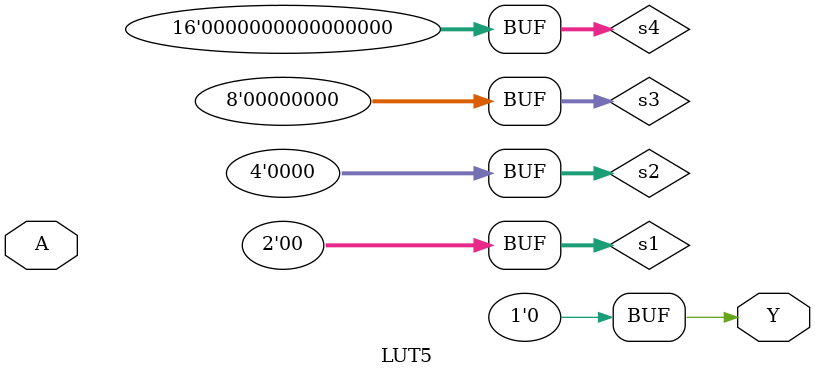
<source format=v>
`timescale 1ns/1ps
`celldefine

module LUT5 #(
  parameter [31:0] INIT_VALUE = 32'h00000000 // LUT logic value
) (
  input [4:0] A, // Data Input
  output Y // Data Output
);

  wire [15: 0] s4 = A[4] ? INIT_VALUE[31:16] : INIT_VALUE[15: 0];
  wire [ 7: 0] s3 = A[3] ?   s4[15: 8] :   s4[ 7: 0];
  wire [ 3: 0] s2 = A[2] ?   s3[ 7: 4] :   s3[ 3: 0];
  wire [ 1: 0] s1 = A[1] ?   s2[ 3: 2] :   s2[ 1: 0];
  assign Y = A[0] ? s1[1] : s1[0];


  `ifndef SYNTHESIS  
    `ifdef TIMED_SIM
      specparam T1 = 0.5;

        specify
          (A *> Y) = (T1);
        endspecify
    `endif // `ifdef TIMED_SIM  
  `endif //  `ifndef SYNTHESIS

endmodule
`endcelldefine

</source>
